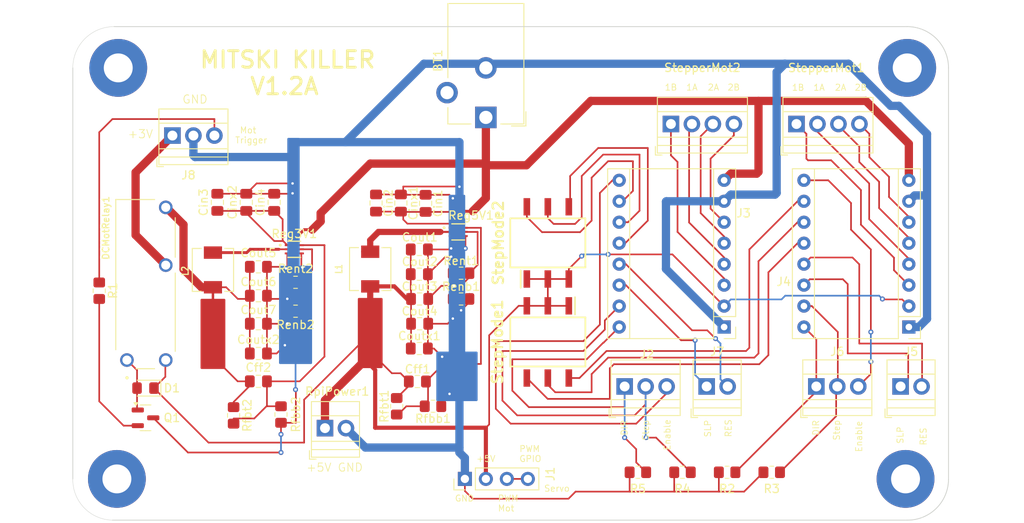
<source format=kicad_pcb>
(kicad_pcb (version 20240108) (generator "pcbnew") (generator_version "8.0")
  (layers (0 "F.Cu" signal) (31 "B.Cu" signal) (34 "B.Paste" user) (35 "F.Paste" user) (36 "B.SilkS" user "B.Silkscreen") (37 "F.SilkS" user "F.Silkscreen") (38 "B.Mask" user) (39 "F.Mask" user) (44 "Edge.Cuts" user))
  (net 0 "")
  (net 1 "GND")
  (net 2 "+12V")
  (net 3 "Net-(Reg5V1-FB)")
  (net 4 "Net-(Reg5V1-EN)")
  (net 5 "+5V")
  (net 6 "+3V")
  (net 7 "Net-(Reg3V1-FB)")
  (net 8 "Net-(Reg3V1-EN)")
  (net 9 "RPIO GPIO 17")
  (net 10 "RPIO GPIO 18")
  (net 11 "Net-(Reg5V1-SW)")
  (net 12 "Net-(Reg3V1-SW)")
  (net 13 "Net-(D1-A)")
  (net 14 "RPIO GPIO 24")
  (net 15 "RPIO GPIO 22")
  (net 16 "RPIO GPIO 23")
  (net 17 "RPIO GPIO 19")
  (net 18 "Net-(DCMotor1-+)")
  (net 19 "RPI GPIO 21")
  (net 20 "Net-(J3-MS3)")
  (net 21 "Net-(J3-1A)")
  (net 22 "Net-(J3-2A)")
  (net 23 "Net-(J3-~{SLEEP})")
  (net 24 "Net-(J3-MS1)")
  (net 25 "Net-(J3-~{RESET})")
  (net 26 "Net-(J3-2B)")
  (net 27 "Net-(J3-MS2)")
  (net 28 "Net-(J3-1B)")
  (net 29 "Net-(J4-MS3)")
  (net 30 "Net-(J4-2A)")
  (net 31 "Net-(J4-~{RESET})")
  (net 32 "Net-(J4-~{SLEEP})")
  (net 33 "Net-(J4-MS2)")
  (net 34 "Net-(J4-1A)")
  (net 35 "Net-(J4-MS1)")
  (net 36 "Net-(J4-1B)")
  (net 37 "Net-(J4-2B)")
  (net 38 "Net-(Q1-B)")
  (net 39 "Motor PWM")
  (footprint "Capacitor_SMD:C_0805_2012Metric_Pad1.18x1.45mm_HandSolder" (layer "F.Cu") (at 101.4625 76.98)
    (property "Reference" "Cff2")
    (property "Value" "56pF")
  )
  (footprint "Resistor_SMD:R_0805_2012Metric_Pad1.20x1.40mm_HandSolder" (layer "F.Cu") (at 158.2 88)
    (property "Reference" "R2")
    (property "Value" "R_US")
  )
  (footprint "Capacitor_SMD:C_0805_2012Metric_Pad1.18x1.45mm_HandSolder" (layer "F.Cu") (at 96.5 55.2875 90)
    (property "Reference" "Cin3")
    (property "Value" "10uF")
  )
  (footprint "TerminalBlock:TerminalBlock_Xinya_XY308-2.54-2P_1x02_P2.54mm_Horizontal" (layer "F.Cu") (at 109.525 82.65)
    (property "Reference" "RpiPower1")
    (property "Value" "Conn_01x02")
  )
  (footprint "Connector_BarrelJack:BarrelJack_CUI_PJ-102AH_Horizontal" (layer "F.Cu") (at 129 45 180)
    (property "Reference" "BT1")
    (property "Value" "Battery")
  )
  (footprint "Capacitor_SMD:C_0805_2012Metric_Pad1.18x1.45mm_HandSolder" (layer "F.Cu") (at 120.7075 77)
    (property "Reference" "Cff1")
    (property "Value" "33pF")
  )
  (footprint "Resistor_SMD:R_0805_2012Metric_Pad1.20x1.40mm_HandSolder" (layer "F.Cu") (at 105.9625 64.98)
    (property "Reference" "Rent2")
    (property "Value" "100kOhm")
  )
  (footprint "Capacitor_SMD:C_0805_2012Metric_Pad1.18x1.45mm_HandSolder" (layer "F.Cu") (at 120.94375 61)
    (property "Reference" "Cout1")
    (property "Value" "22uF")
  )
  (footprint "TerminalBlock:TerminalBlock_Xinya_XY308-2.54-4P_1x04_P2.54mm_Horizontal" (layer "F.Cu") (at 166.6 45.8)
    (property "Reference" "StepperMot1")
    (property "Value" "Conn_01x04")
  )
  (footprint "CustomLibrary:SOT5x3_DRL_TEX" (layer "F.Cu") (at 125.6491 58.874999)
    (property "Reference" "Reg5V1")
    (property "Value" "TPS566242DRLR")
  )
  (footprint "CustomLibrary:IND_SPM5030T-2R2M-HZ" (layer "F.Cu") (at 95.9625 63.48 -90)
    (property "Reference" "L2")
    (property "Value" "SPM5030T-2R2M-HZ")
  )
  (footprint "Resistor_SMD:R_0805_2012Metric_Pad1.20x1.40mm_HandSolder" (layer "F.Cu") (at 147.4 88)
    (property "Reference" "R5")
    (property "Value" "R_US")
  )
  (footprint "Resistor_SMD:R_0805_2012Metric_Pad1.20x1.40mm_HandSolder" (layer "F.Cu") (at 152.8 88)
    (property "Reference" "R4")
    (property "Value" "R_US")
  )
  (footprint "Capacitor_SMD:C_0805_2012Metric_Pad1.18x1.45mm_HandSolder" (layer "F.Cu") (at 118.7075 55.375 90)
    (property "Reference" "Cinx1")
    (property "Value" "100nF")
  )
  (footprint "TerminalBlock:TerminalBlock_Xinya_XY308-2.54-2P_1x02_P2.54mm_Horizontal" (layer "F.Cu") (at 179.2 77.6)
    (property "Reference" "J5")
    (property "Value" "Conn_01x02")
  )
  (footprint "Connector_PinHeader_2.54mm:PinHeader_1x04_P2.54mm_Vertical" (layer "F.Cu") (at 126.46 88.8 90)
    (property "Reference" "J1")
    (property "Value" "Conn_01x03")
  )
  (footprint "Resistor_SMD:R_0805_2012Metric_Pad1.20x1.40mm_HandSolder" (layer "F.Cu") (at 105.9625 68.48 180)
    (property "Reference" "Renb2")
    (property "Value" "15.8kOhm")
  )
  (footprint "DipSwitch-3Pin-219-3MST:SOP254P991X385-6N" (layer "F.Cu") (at 136.5 60.205 90)
    (property "Reference" "StepMode2")
    (property "Value" "219-3MST" (hide yes))
  )
  (footprint "Module:Pololu_Breakout-16_15.2x20.3mm" (layer "F.Cu") (at 180.2 70.4 180)
    (property "Reference" "J4")
    (property "Value" "Pololu_Breakout_A4988")
  )
  (footprint "TerminalBlock:TerminalBlock_Xinya_XY308-2.54-2P_1x02_P2.54mm_Horizontal" (layer "F.Cu") (at 155.725 77.6)
    (property "Reference" "J7")
    (property "Value" "Conn_01x02")
  )
  (footprint "Diode_SMD:D_0805_2012Metric_Pad1.15x1.40mm_HandSolder" (layer "F.Cu") (at 87.8 77.8 180)
    (property "Reference" "D1")
    (property "Value" "1N4001")
  )
  (footprint "Resistor_SMD:R_0805_2012Metric_Pad1.20x1.40mm_HandSolder" (layer "F.Cu") (at 126 63.875)
    (property "Reference" "Rent1")
    (property "Value" "100kOhm")
  )
  (footprint "Capacitor_SMD:C_0805_2012Metric_Pad1.18x1.45mm_HandSolder" (layer "F.Cu") (at 101.4625 70)
    (property "Reference" "Cout7")
    (property "Value" "22uF")
  )
  (footprint "Resistor_SMD:R_0805_2012Metric_Pad1.20x1.40mm_HandSolder" (layer "F.Cu") (at 82.2 66 -90)
    (property "Reference" "R1")
    (property "Value" "R_US")
  )
  (footprint "Resistor_SMD:R_0805_2012Metric_Pad1.20x1.40mm_HandSolder" (layer "F.Cu") (at 126 67)
    (property "Reference" "Renb1")
    (property "Value" "15.8kOhm")
  )
  (footprint "Resistor_SMD:R_0805_2012Metric_Pad1.20x1.40mm_HandSolder" (layer "F.Cu") (at 98.4625 81.105 -90)
    (property "Reference" "Rfbt2")
    (property "Value" "120kOhm")
  )
  (footprint "Capacitor_SMD:C_0805_2012Metric_Pad1.18x1.45mm_HandSolder" (layer "F.Cu") (at 100 55.2875 90)
    (property "Reference" "Cinx2")
    (property "Value" "100nF")
  )
  (footprint "Capacitor_SMD:C_0805_2012Metric_Pad1.18x1.45mm_HandSolder" (layer "F.Cu") (at 120.94375 64)
    (property "Reference" "Cout2")
    (property "Value" "22uF")
  )
  (footprint "Resistor_SMD:R_0805_2012Metric_Pad1.20x1.40mm_HandSolder" (layer "F.Cu") (at 104.2 81 -90)
    (property "Reference" "Rfbb2")
    (property "Value" "30kOhm")
  )
  (footprint "Module:Pololu_Breakout-16_15.2x20.3mm" (layer "F.Cu") (at 157.84 70.4 180)
    (property "Reference" "J3")
    (property "Value" "Pololu_Breakout_A4988")
  )
  (footprint "CustomLibrary:IND_SPM5030T-2R2M-HZ" (layer "F.Cu") (at 115 63.375 -90)
    (property "Reference" "L1")
    (property "Value" "SPM5030T-2R2M-HZ")
  )
  (footprint "Capacitor_SMD:C_0805_2012Metric_Pad1.18x1.45mm_HandSolder" (layer "F.Cu") (at 103.375 55.2875 90)
    (property "Reference" "Cin4")
    (property "Value" "10uF")
  )
  (footprint "DipSwitch-3Pin-219-3MST:SOP254P991X385-6N" (layer "F.Cu") (at 136.5 72.205 -90)
    (property "Reference" "StepMode1")
    (property "Value" "219-3MST" (hide yes))
  )
  (footprint "CustomLibrary:SOT5x3_DRL_TEX" (layer "F.Cu") (at 105.8134 60.98)
    (property "Reference" "Reg3V1")
    (property "Value" "TPS566242DRLR")
  )
  (footprint "Capacitor_SMD:C_0805_2012Metric_Pad1.18x1.45mm_HandSolder" (layer "F.Cu") (at 120.98125 70)
    (property "Reference" "Cout4")
    (property "Value" "22uF")
  )
  (footprint "TerminalBlock:TerminalBlock_Xinya_XY308-2.54-4P_1x04_P2.54mm_Horizontal" (layer "F.Cu") (at 151.4 45.8)
    (property "Reference" "StepperMot2")
    (property "Value" "Conn_01x04")
  )
  (footprint "Capacitor_SMD:C_0805_2012Metric_Pad1.18x1.45mm_HandSolder" (layer "F.Cu") (at 115.7075 55.375 90)
    (property "Reference" "Cin2")
    (property "Value" "10uF")
  )
  (footprint "Package_TO_SOT_SMD:SOT-23" (layer "F.Cu") (at 87.8 81.4)
    (property "Reference" "Q1")
    (property "Value" "MMBT2222A")
  )
  (footprint "Capacitor_SMD:C_0805_2012Metric_Pad1.18x1.45mm_HandSolder" (layer "F.Cu") (at 101.4625 73.605)
    (property "Reference" "Coutx2")
    (property "Value" "100nF")
  )
  (footprint "MountingHole:MountingHole_3.5mm_Pad_TopBottom" (layer "F.Cu") (at 84.335534 88.8)
    (property "Reference" "REF**" (hide yes))
    (property "Value" "MountingHole_3.5mm_Pad_TopBottom")
  )
  (footprint "MountingHole:MountingHole_3.5mm_Pad_TopBottom" (layer "F.Cu") (at 84.5 39)
    (property "Reference" "REF**" (hide yes))
    (property "Value" "MountingHole_3.5mm_Pad_TopBottom")
  )
  (footprint "Capacitor_SMD:C_0805_2012Metric_Pad1.18x1.45mm_HandSolder" (layer "F.Cu") (at 120.98125 67)
    (property "Reference" "Cout3")
    (property "Value" "22uF")
  )
  (footprint "Capacitor_SMD:C_0805_2012Metric_Pad1.18x1.45mm_HandSolder" (layer "F.Cu") (at 101.4625 63.105)
    (property "Reference" "Cout5")
    (property "Value" "22uF")
  )
  (footprint "Capacitor_SMD:C_0805_2012Metric_Pad1.18x1.45mm_HandSolder" (layer "F.Cu") (at 120.94375 73)
    (property "Reference" "Coutx1")
    (property "Value" "100nF")
  )
  (footprint "TerminalBlock:TerminalBlock_Xinya_XY308-2.54-3P_1x03_P2.54mm_Horizontal" (layer "F.Cu") (at 91.06 47.2)
    (property "Reference" "J8")
    (property "Value" "Conn_01x03")
  )
  (footprint "Resistor_SMD:R_0805_2012Metric_Pad1.20x1.40mm_HandSolder" (layer "F.Cu") (at 163.6 88)
    (property "Reference" "R3")
    (property "Value" "R_US")
  )
  (footprint "Capacitor_SMD:C_0805_2012Metric_Pad1.18x1.45mm_HandSolder" (layer "F.Cu") (at 121.7075 55.4125 90)
    (property "Reference" "Cin1")
    (property "Value" "10uF")
  )
  (footprint "TerminalBlock:TerminalBlock_Xinya_XY308-2.54-3P_1x03_P2.54mm_Horizontal" (layer "F.Cu") (at 169 77.6)
    (property "Reference" "J6")
    (property "Value" "Conn_01x03")
  )
  (footprint "MountingHole:MountingHole_3.5mm_Pad_TopBottom" (layer "F.Cu") (at 180 39)
    (property "Reference" "REF**" (hide yes))
    (property "Value" "MountingHole_3.5mm_Pad_TopBottom")
  )
  (footprint "Capacitor_SMD:C_0805_2012Metric_Pad1.18x1.45mm_HandSolder" (layer "F.Cu") (at 101.4625 66.605)
    (property "Reference" "Cout6")
    (property "Value" "22uF")
  )
  (footprint "TerminalBlock:TerminalBlock_Xinya_XY308-2.54-3P_1x03_P2.54mm_Horizontal" (layer "F.Cu") (at 145.8 77.6)
    (property "Reference" "J2")
    (property "Value" "Conn_01x03")
  )
  (footprint "ALDP105W:RELAY_ALDP105W" (layer "F.Cu") (at 87.8 65.2 90)
    (property "Reference" "DCMotRelay1")
    (property "Value" "ALDP105W")
  )
  (footprint "Resistor_SMD:R_0805_2012Metric_Pad1.20x1.40mm_HandSolder" (layer "F.Cu") (at 122.6 80)
    (property "Reference" "Rfbb1")
    (property "Value" "30kOhm")
  )
  (footprint "Resistor_SMD:R_0805_2012Metric_Pad1.20x1.40mm_HandSolder" (layer "F.Cu") (at 118.2075 80 -90)
    (property "Reference" "Rfbt1")
    (property "Value" "220kOhm")
  )
  (footprint "MountingHole:MountingHole_3.5mm_Pad_TopBottom" (layer "F.Cu") (at 179.8 88.8)
    (property "Reference" "REF**" (hide yes))
    (property "Value" "MountingHole_3.5mm_Pad_TopBottom")
  )
  (gr_arc (start 180 34) (mid 183.535534 35.464466) (end 185 39) (stroke (width 0.1)) (layer "Edge.Cuts"))
  (gr_line (start 185 39) (end 185 88.864466) (stroke (width 0.1)) (layer "Edge.Cuts"))
  (gr_arc (start 79 39) (mid 80.464466 35.464466) (end 84 34) (stroke (width 0.05)) (layer "Edge.Cuts"))
  (gr_line (start 84 34) (end 180 34) (stroke (width 0.1)) (layer "Edge.Cuts"))
  (gr_line (start 79 88.8) (end 79 39) (stroke (width 0.1)) (layer "Edge.Cuts"))
  (gr_arc (start 185 88.864466) (mid 183.522183 92.367767) (end 180 93.8) (stroke (width 0.1)) (layer "Edge.Cuts"))
  (gr_arc (start 83.8 93.8) (mid 80.364466 92.294113) (end 79 88.8) (stroke (width 0.05)) (layer "Edge.Cuts"))
  (gr_line (start 180 93.8) (end 83.8 93.8) (stroke (width 0.1)) (layer "Edge.Cuts"))
  (gr_text "2A" (at 171.19 41.82 0) (layer "F.SilkS") (effects (font (size 0.75 0.75) (thickness 0.1)) (justify left bottom)))
  (gr_text "GND" (at 125.2 91.6 0) (layer "F.SilkS") (effects (font (size 0.75 0.75) (thickness 0.1)) (justify left bottom)))
  (gr_text "SLP" (at 156.3 83.8 90) (layer "F.SilkS") (effects (font (size 0.75 0.75) (thickness 0.1)) (justify left bottom)))
  (gr_text "DIR" (at 146.2 83.6 90) (layer "F.SilkS") (effects (font (size 0.75 0.75) (thickness 0.1)) (justify left bottom)))
  (gr_text "PWM\nMot" (at 130.4 92.8 0) (layer "F.SilkS") (effects (font (size 0.75 0.75) (thickness 0.1)) (justify left bottom)))
  (gr_text "+5V" (at 107.2 88 0) (layer "F.SilkS") (effects (font (size 1 1) (thickness 0.1)) (justify left bottom)))
  (gr_text "Enable" (at 174.6 85.6 90) (layer "F.SilkS") (effects (font (size 0.75 0.75) (thickness 0.1)) (justify left bottom)))
  (gr_text "Step\n" (at 171.9 84.2 90) (layer "F.SilkS") (effects (font (size 0.75 0.75) (thickness 0.1)) (justify left bottom)))
  (gr_text "RES" (at 158.8 83.8 90) (layer "F.SilkS") (effects (font (size 0.75 0.75) (thickness 0.1)) (justify left bottom)))
  (gr_text "1A\n" (at 168.59 41.82 0) (layer "F.SilkS") (effects (font (size 0.75 0.75) (thickness 0.1)) (justify left bottom)))
  (gr_text "1B" (at 150.6 41.8 0) (layer "F.SilkS") (effects (font (size 0.75 0.75) (thickness 0.1)) (justify left bottom)))
  (gr_text "Step\n" (at 148.8 84.2 90) (layer "F.SilkS") (effects (font (size 0.75 0.75) (thickness 0.1)) (justify left bottom)))
  (gr_text "Servo" (at 136 90.4 0) (layer "F.SilkS") (effects (font (size 0.75 0.75) (thickness 0.1)) (justify left bottom)))
  (gr_text "1B" (at 165.99 41.82 0) (layer "F.SilkS") (effects (font (size 0.75 0.75) (thickness 0.1)) (justify left bottom)))
  (gr_text "RES" (at 182.4 84.8 90) (layer "F.SilkS") (effects (font (size 0.75 0.75) (thickness 0.1)) (justify left bottom)))
  (gr_text "GND" (at 92.2 43.4 0) (layer "F.SilkS") (effects (font (size 1 1) (thickness 0.1)) (justify left bottom)))
  (gr_text "DIR" (at 169.4 83.6 90) (layer "F.SilkS") (effects (font (size 0.75 0.75) (thickness 0.1)) (justify left bottom)))
  (gr_text "GND" (at 111 88 0) (layer "F.SilkS") (effects (font (size 1 1) (thickness 0.1)) (justify left bottom)))
  (gr_text "2B\n" (at 158.2 41.8 0) (layer "F.SilkS") (effects (font (size 0.75 0.75) (thickness 0.1)) (justify left bottom)))
  (gr_text "PWM\nGPIO" (at 133 86.8 0) (layer "F.SilkS") (effects (font (size 0.75 0.75) (thickness 0.1)) (justify left bottom)))
  (gr_text "1A\n" (at 153.2 41.8 0) (layer "F.SilkS") (effects (font (size 0.75 0.75) (thickness 0.1)) (justify left bottom)))
  (gr_text "+3V" (at 85.6 47.6 0) (layer "F.SilkS") (effects (font (size 1 1) (thickness 0.1)) (justify left bottom)))
  (gr_text "Enable" (at 151.4 85.4 90) (layer "F.SilkS") (effects (font (size 0.75 0.75) (thickness 0.1)) (justify left bottom)))
  (gr_text "2B\n" (at 173.59 41.82 0) (layer "F.SilkS") (effects (font (size 0.75 0.75) (thickness 0.1)) (justify left bottom)))
  (gr_text "+5V" (at 127.8 86.8 0) (layer "F.SilkS") (effects (font (size 0.75 0.75) (thickness 0.1)) (justify left bottom)))
  (gr_text " Mot \nTrigger" (at 98.6 48.2 0) (layer "F.SilkS") (effects (font (size 0.75 0.75) (thickness 0.1)) (justify left bottom)))
  (gr_text "MITSKI KILLER \n    V1.2A" (at 94.2 42.4 0) (layer "F.SilkS") (effects (font (size 2 2) (thickness 0.35) (bold yes)) (justify left bottom)))
  (gr_text "2A" (at 155.8 41.8 0) (layer "F.SilkS") (effects (font (size 0.75 0.75) (thickness 0.1)) (justify left bottom)))
  (gr_text "SLP" (at 179.6 84.6 90) (layer "F.SilkS") (effects (font (size 0.75 0.75) (thickness 0.1)) (justify left bottom)))
  (segment (start 123.7075 79.1675) (end 123.7075 80) (width 0.2) (layer "F.Cu") (net 1))
  (segment (start 121.98125 73) (end 122.7075 73) (width 0.2) (layer "F.Cu") (net 1))
  (segment (start 126.5 59.374998) (end 126.5 60.875) (width 0.25) (layer "F.Cu") (net 1))
  (segment (start 104.60511 63.105) (end 102.5 63.105) (width 0.2) (layer "F.Cu") (net 1))
  (segment (start 119 54.3375) (end 119.4625 54.3375) (width 0.2) (layer "F.Cu") (net 1))
  (segment (start 88.7375 81.4) (end 92.9375 85.6) (width 0.2) (layer "F.Cu") (net 1))
  (segment (start 103.67 73.605) (end 104.67 72.605) (width 0.2) (layer "F.Cu") (net 1))
  (segment (start 124.7982 60.875) (end 124.7982 59.374998) (width 0.25) (layer "F.Cu") (net 1))
  (segment (start 97 54.25) (end 100 54.25) (width 0.2) (layer "F.Cu") (net 1))
  (segment (start 92.9375 85.6) (end 104.2 85.6) (width 0.2) (layer "F.Cu") (net 1))
  (segment (start 104.9425 70) (end 104.9625 69.98) (width 0.2) (layer "F.Cu") (net 1))
  (segment (start 104.9525 66.99) (end 104.9625 66.98) (width 0.2) (layer "F.Cu") (net 1))
  (segment (start 102.5 63.105) (end 102.5 66.99) (width 0.2) (layer "F.Cu") (net 1))
  (segment (start 126.46 88.8) (end 126.46 90.26) (width 0.2) (layer "F.Cu") (net 1))
  (segment (start 102.5 66.99) (end 102.5 70) (width 0.2) (layer "F.Cu") (net 1))
  (segment (start 122.01875 67.5) (end 122.01875 70) (width 0.2) (layer "F.Cu") (net 1))
  (segment (start 157.2 90.34) (end 160.26 90.34) (width 0.2) (layer "F.Cu") (net 1))
  (segment (start 124.375 78.5) (end 123.7075 79.1675) (width 0.2) (layer "F.Cu") (net 1))
  (segment (start 124.375 70) (end 125 69.375) (width 0.2) (layer "F.Cu") (net 1))
  (segment (start 122.7075 73) (end 123.7075 74) (width 0.2) (layer "F.Cu") (net 1))
  (segment (start 121.98125 70.0375) (end 122.01875 70) (width 0.2) (layer "F.Cu") (net 1))
  (segment (start 139.86 90.34) (end 146.4 90.34) (width 0.2) (layer "F.Cu") (net 1))
  (segment (start 102.5 73.605) (end 103.67 73.605) (width 0.2) (layer "F.Cu") (net 1))
  (segment (start 105.9625 77.98) (end 106 78.0175) (width 0.2) (layer "F.Cu") (net 1))
  (segment (start 119.5 54.375) (end 121.5 54.375) (width 0.2) (layer "F.Cu") (net 1))
  (segment (start 151.8 90.34) (end 157.2 90.34) (width 0.2) (layer "F.Cu") (net 1))
  (segment (start 122.01875 70) (end 124.375 70) (width 0.2) (layer "F.Cu") (net 1))
  (segment (start 116.49 54.3375) (end 119 54.3375) (width 0.2) (layer "F.Cu") (net 1))
  (segment (start 103.375 54.25) (end 105.55 54.25) (width 0.2) (layer "F.Cu") (net 1))
  (segment (start 104.8 63.29989) (end 104.9625 63.13739) (width 0.2) (layer "F.Cu") (net 1))
  (segment (start 125 54.8) (end 124.575 54.375) (width 0.2) (layer "F.Cu") (net 1))
  (segment (start 127.4 91.2) (end 139 91.2) (width 0.2) (layer "F.Cu") (net 1))
  (segment (start 102.5 70) (end 104.9425 70) (width 0.2) (layer "F.Cu") (net 1))
  (segment (start 146.4 90.34) (end 151.8 90.34) (width 0.2) (layer "F.Cu") (net 1))
  (segment (start 160.26 90.34) (end 162.6 88) (width 0.2) (layer "F.Cu") (net 1))
  (segment (start 146.4 88) (end 146.4 90.34) (width 0.2) (layer "F.Cu") (net 1))
  (segment (start 121.98125 72.5) (end 121.98125 70.0375) (width 0.2) (layer "F.Cu") (net 1))
  (segment (start 162.85 88) (end 162.6 88) (width 0.2) (layer "F.Cu") (net 1))
  (segment (start 121.98125 61) (end 121.98125 64) (width 0.2) (layer "F.Cu") (net 1))
  (segment (start 119.4625 54.3375) (end 119.5 54.375) (width 0.2) (layer "F.Cu") (net 1))
  (segment (start 104.9625 63.13739) (end 104.9625 61.479999) (width 0.2) (layer "F.Cu") (net 1))
  (segment (start 121.98125 66.9625) (end 122.01875 67) (width 0.2) (layer "F.Cu") (net 1))
  (segment (start 121.98125 64) (end 121.98125 66.9625) (width 0.2) (layer "F.Cu") (net 1))
  (segment (start 106.6643 63.0643) (end 106.6643 61.479999) (width 0.2) (layer "F.Cu") (net 1))
  (segment (start 121.98125 64) (end 121.98125 67.4625) (width 0.2) (layer "F.Cu") (net 1))
  (segment (start 105.55 54.25) (end 105.6 54.2) (width 0.2) (layer "F.Cu") (net 1))
  (segment (start 151.8 88) (end 151.8 90.34) (width 0.2) (layer "F.Cu") (net 1))
  (segment (start 104.9625 67.98) (end 104.9625 66.98) (width 0.2) (layer "F.Cu") (net 1))
  (segment (start 104.2 83.4) (end 104.2 82) (width 0.2) (layer "F.Cu") (net 1))
  (segment (start 125.775 53.375) (end 119 53.375) (width 0.2) (layer "F.Cu") (net 1))
  (segment (start 119 53.375) (end 119 54.3375) (width 0.2) (layer "F.Cu") (net 1))
  (segment (start 106 78.0175) (end 106 82) (width 0.2) (layer "F.Cu") (net 1))
  (segment (start 124.10625 61.875) (end 121.98125 64) (width 0.2) (layer "F.Cu") (net 1))
  (segment (start 124.8 61.875) (end 124.10625 61.875) (width 0.2) (layer "F.Cu") (net 1))
  (segment (start 122.01875 67) (end 123.609265 65.409485) (width 0.2) (layer "F.Cu") (net 1))
  (segment (start 123.609265 65.409485) (end 125.116985 65.409485) (width 0.2) (layer "F.Cu") (net 1))
  (segment (start 102.5 73.01) (end 102.5 70) (width 0.2) (layer "F.Cu") (net 1))
  (segment (start 104.8 63.29989) (end 104.60511 63.105) (width 0.2) (layer "F.Cu") (net 1))
  (segment (start 102.5 66.99) (end 104.9525 66.99) (width 0.2) (layer "F.Cu") (net 1))
  (segment (start 121.98125 61) (end 124.6732 61) (width 0.2) (layer "F.Cu") (net 1))
  (segment (start 125.8 53.4) (end 125.775 53.375) (width 0.2) (layer "F.Cu") (net 1))
  (segment (start 127 67.375) (end 126 68.375) (width 0.2) (layer "F.Cu") (net 1))
  (segment (start 101.25 53) (end 101.6 53) (width 0.2) (layer "F.Cu") (net 1))
  (segment (start 103.375 54.25) (end 100 54.25) (width 0.2) (layer "F.Cu") (net 1))
  (segment (start 124.6732 61) (end 124.7982 60.875) (width 0.2) (layer "F.Cu") (net 1))
  (segment (start 126.46 88.8) (end 126.46 89.26) (width 0.2) (layer "F.Cu") (net 1))
  (segment (start 106.8 63.2) (end 106.6643 63.0643) (width 0.2) (layer "F.Cu") (net 1))
  (segment (start 121.98125 67.4625) (end 122.01875 67.5) (width 0.2) (layer "F.Cu") (net 1))
  (segment (start 127 66.375) (end 127 67.375) (width 0.2) (layer "F.Cu") (net 1))
  (segment (start 100 54.25) (end 101.25 53) (width 0.2) (layer "F.Cu") (net 1))
  (segment (start 157.2 88) (end 157.2 90.34) (width 0.2) (layer "F.Cu") (net 1))
  (segment (start 124.575 54.375) (end 121.7075 54.375) (width 0.2) (layer "F.Cu") (net 1))
  (segment (start 124.6 78.5) (end 124.375 78.5) (width 0.2) (layer "F.Cu") (net 1))
  (segment (start 126.46 90.26) (end 127.4 91.2) (width 0.2) (layer "F.Cu") (net 1))
  (segment (start 106 82) (end 104.2 82) (width 0.2) (layer "F.Cu") (net 1))
  (segment (start 101.6 53) (end 105.6 53) (width 0.2) (layer "F.Cu") (net 1))
  (segment (start 139 91.2) (end 139.86 90.34) (width 0.2) (layer "F.Cu") (net 1))
  (via (at 123.7075 74) (size 0.6) (drill 0.3) (layers "F.Cu" "B.Cu") (net 1))
  (via (at 124.7982 60.875) (size 0.6) (drill 0.3) (layers "F.Cu" "B.Cu") (net 1))
  (via (at 125.116985 65.409485) (size 0.6) (drill 0.3) (layers "F.Cu" "B.Cu") (net 1))
  (via (at 125 54.8) (size 0.6) (drill 0.3) (layers "F.Cu" "B.Cu") (net 1))
  (via (at 105.9625 77.98) (size 0.6) (drill 0.3) (layers "F.Cu" "B.Cu") (net 1))
  (via (at 104.67 72.605) (size 0.6) (drill 0.3) (layers "F.Cu" "B.Cu") (net 1))
  (via (at 104.2 85.6) (size 0.6) (drill 0.3) (layers "F.Cu" "B.Cu") (net 1))
  (via (at 126 68.375) (size 0.6) (drill 0.3) (layers "F.Cu" "B.Cu") (net 1))
  (via (at 126.5 60.875) (size 0.6) (drill 0.3) (layers "F.Cu" "B.Cu") (net 1))
  (via (at 105.6 53) (size 0.6) (drill 0.3) (layers "F.Cu" "B.Cu") (net 1))
  (via (at 104.9625 69.98) (size 0.6) (drill 0.3) (layers "F.Cu" "B.Cu") (net 1))
  (via (at 124.8 61.875) (size 0.6) (drill 0.3) (layers "F.Cu" "B.Cu") (net 1))
  (via (at 104.2 83.4) (size 0.6) (drill 0.3) (layers "F.Cu" "B.Cu") (net 1))
  (via (at 106.8 63.2) (size 0.6) (drill 0.3) (layers "F.Cu" "B.Cu") (net 1))
  (via (at 125.8 53.4) (size 0.6) (drill 0.3) (layers "F.Cu" "B.Cu") (net 1))
  (via (at 104.8 63.29989) (size 0.6) (drill 0.3) (layers "F.Cu" "B.Cu") (net 1))
  (via (at 124.6 78.5) (size 0.6) (drill 0.3) (layers "F.Cu" "B.Cu") (net 1))
  (via (at 104.9625 66.98) (size 0.6) (drill 0.3) (layers "F.Cu" "B.Cu") (net 1))
  (via (at 105.6 54.2) (size 0.6) (drill 0.3) (layers "F.Cu" "B.Cu") (net 1))
  (via (at 125 69.375) (size 0.6) (drill 0.3) (layers "F.Cu" "B.Cu") (net 1))
  (segment (start 112 48) (end 121.5 38.5) (width 1) (layer "B.Cu") (net 1))
  (segment (start 182.4 47) (end 182.4 69.4) (width 1) (layer "B.Cu") (net 1))
  (segment (start 164.2 39.5) (end 164.2 54.155) (width 1) (layer "B.Cu") (net 1))
  (segment (start 164.2 54.155) (end 164 54.355) (width 1) (layer "B.Cu") (net 1))
  (segment (start 104.2 85.6) (end 104.2 83.4) (width 0.2) (layer "B.Cu") (net 1))
  (segment (start 157.84 55.16) (end 150.845 55.16) (width 1) (layer "B.Cu") (net 1))
  (segment (start 180.91 54.45) (end 180.2 55.16) (width 1) (layer "B.Cu") (net 1))
  (segment (start 158.645 54.355) (end 157.84 55.16) (width 1) (layer "B.Cu") (net 1))
  (segment (start 114.415 85) (end 125.8 85) (width 1) (layer "B.Cu") (net 1))
  (segment (start 105.9625 74.2) (end 105.9625 77.98) (width 0.2) (layer "B.Cu") (net 1))
  (segment (start 93.6 47.2) (end 93.6 49.6) (width 1) (layer "B.Cu") (net 1))
  (segment (start 179 43.6) (end 182.4 47) (width 1) (layer "B.Cu") (net 1))
  (segment (start 93.6 49.6) (end 93.8 49.8) (width 1) (layer "B.Cu") (net 1))
  (segment (start 182.4 69.4) (end 181.4 70.4) (width 1) (layer "B.Cu") (net 1))
  (segment (start 165.2 38.5) (end 172.9 38.5) (width 1) (layer "B.Cu") (net 1))
  (segment (start 121.5 38.5) (end 165.2 38.5) (width 1) (layer "B.Cu") (net 1))
  (segment (start 112.065 82.65) (end 114.415 85) (width 1) (layer "B.Cu") (net 1))
  (segment (start 165.2 38.5) (end 164.2 39.5) (width 1) (layer "B.Cu") (net 1))
  (segment (start 172.9 38.5) (end 178 43.6) (width 1) (layer "B.Cu") (net 1))
  (segment (start 164 54.355) (end 158.645 54.355) (width 1) (layer "B.Cu") (net 1))
  (segment (start 112 48) (end 125.8 48) (width 1) (layer "B.Cu") (net 1))
  (segment (start 125.8 48) (end 125.8 55.8) (width 1) (layer "B.Cu") (net 1))
  (segment (start 150.8 63.36) (end 157.84 70.4) (width 1) (layer "B.Cu") (net 1))
  (segment (start 126.46 86.26) (end 126.46 88.8) (width 1) (layer "B.Cu") (net 1))
  (segment (start 150.8 55.205) (end 150.8 63.36) (width 1) (layer "B.Cu") (net 1))
  (segment (start 125.8 85.6) (end 126.46 86.26) (width 1) (layer "B.Cu") (net 1))
  (segment (start 178 43.6) (end 179 43.6) (width 1) (layer "B.Cu") (net 1))
  (segment (start 112 48) (end 105.5 48) (width 1) (layer "B.Cu") (net 1))
  (segment (start 93.8 49.8) (end 105.6 49.8) (width 1) (layer "B.Cu") (net 1))
  (segment (start 125.8 85) (end 125.8 85.6) (width 1) (layer "B.Cu") (net 1))
  (segment (start 182.35 54.45) (end 180.91 54.45) (width 1) (layer "B.Cu") (net 1))
  (segment (start 181.4 70.4) (end 180.2 70.4) (width 1) (layer "B.Cu") (net 1))
  (segment (start 150.845 55.16) (end 150.8 55.205) (width 1) (layer "B.Cu") (net 1))
  (segment (start 125.8 85) (end 125.8 78.4) (width 1) (layer "B.Cu") (net 1))
  (segment (start 109 56.6) (end 109 57.6) (width 1) (layer "F.Cu") (net 2))
  (segment (start 121.5 56.45) (end 119.0375 56.45) (width 0.2) (layer "F.Cu") (net 2))
  (segment (start 119.5 57.875) (end 119 57.375) (width 0.2) (layer "F.Cu") (net 2))
  (segment (start 125.3357 57.1357) (end 124.7982 57.6732) (width 0.35) (layer "F.Cu") (net 2))
  (segment (start 107 58.6) (end 108 58.6) (width 0.35) (layer "F.Cu") (net 2))
  (segment (start 161.785 51.815) (end 158.645 51.815) (width 1) (layer "F.Cu") (net 2))
  (segment (start 180.2 52.62) (end 180.2 48.2) (width 1) (layer "F.Cu") (net 2))
  (segment (start 125 63.875) (end 125.6 63.275) (width 0.2) (layer "F.Cu") (net 2))
  (segment (start 103.3875 59.98) (end 104.4625 59.98) (width 0.2) (layer "F.Cu") (net 2))
  (segment (start 125.6 63.275) (end 125.6 58.657699) (width 0.2) (layer "F.Cu") (net 2))
  (segment (start 125.317301 58.375) (end 124.7982 58.375) (width 0.2) (layer "F.Cu") (net 2))
  (segment (start 103.375 56.325) (end 100 56.325) (width 0.2) (layer "F.Cu") (net 2))
  (segment (start 105.119999 60.480001) (end 105.4 60.2) (width 0.25) (layer "F.Cu") (net 2))
  (segment (start 105.447301 60.480001) (end 105.119999 60.480001) (width 0.2) (layer "F.Cu") (net 2))
  (segment (start 100 56.5925) (end 103.3875 59.98) (width 0.2) (layer "F.Cu") (net 2))
  (segment (start 104.9625 60.480001) (end 105.119999 60.480001) (width 0.2) (layer "F.Cu") (net 2))
  (segment (start 105.8 64.1425) (end 105.8 60.8327) (width 0.2) (layer "F.Cu") (net 2))
  (segment (start 104.9625 64.98) (end 105.8 64.1425) (width 0.2) (layer "F.Cu") (net 2))
  (segment (start 119 57.375) (end 119 56.4125) (width 0.2) (layer "F.Cu") (net 2))
  (segment (start 119.0375 56.45) (end 119 56.4125) (width 0.2) (layer "F.Cu") (net 2))
  (segment (start 141.705 43) (end 133.905 50.8) (width 1) (layer "F.Cu") (net 2))
  (segment (start 129 54.775) (end 129 45) (width 1) (layer "F.Cu") (net 2))
  (segment (start 103.375 56.325) (end 104.4 57.35) (width 0.2) (layer "F.Cu") (net 2))
  (segment (start 124.7982 58.375) (end 124.7982 57.6732) (width 0.25) (layer "F.Cu") (net 2))
  (segment (start 124.65 56.45) (end 125.3357 57.1357) (width 0.2) (layer "F.Cu") (net 2))
  (segment (start 100 56.325) (end 100 56.5925) (width 0.2) (layer "F.Cu") (net 2))
  (segment (start 121.7075 56.45) (end 124.65 56.45) (width 0.2) (layer "F.Cu") (net 2))
  (segment (start 180.2 48.2) (end 175 43) (width 1) (layer "F.Cu") (net 2))
  (segment (start 124.5964 57.875) (end 124.7982 57.6732) (width 0.2) (layer "F.Cu") (net 2))
  (segment (start 125.6 58.657699) (end 125.317301 58.375) (width 0.2) (layer "F.Cu") (net 2))
  (segment (start 104.4625 59.98) (end 104.4625 59.980001) (width 0.2) (layer "F.Cu") (net 2))
  (segment (start 109 57.6) (end 108 58.6) (width 1) (layer "F.Cu") (net 2))
  (segment (start 162 51.6) (end 161.785 51.815) (width 1) (layer "F.Cu") (net 2))
  (segment (start 133.905 50.8) (end 129.2 50.8) (width 1) (layer "F.Cu") (net 2))
  (segment (start 127.4 56.375) (end 129 54.775) (width 1) (layer "F.Cu") (net 2))
  (segment (start 104.4 57.35) (end 104.4 59.9175) (width 0.2) (layer "F.Cu") (net 2))
  (segment (start 97 56.325) (end 100 56.325) (width 0.2) (layer "F.Cu") (net 2))
  (segment (start 119.5 57.875) (end 124.5964 57.875) (width 0.2) (layer "F.Cu") (net 2))
  (segment (start 115 50.6) (end 109 56.6) (width 1) (layer "F.Cu") (net 2))
  (segment (start 129 50.6) (end 115 50.6) (width 1) (layer "F.Cu") (net 2))
  (segment (start 104.4 59.9175) (end 104.4625 59.98) (width 0.2) (layer "F.Cu") (net 2))
  (segment (start 126.0964 56.375) (end 125.3357 57.1357) (width 0.35) (layer "F.Cu") (net 2))
  (segment (start 105.4 60.2) (end 107 58.6) (width 0.35) (layer "F.Cu") (net 2))
  (segment (start 175 43) (end 141.705 43) (width 1) (layer "F.Cu") (net 2))
  (segment (start 158.645 51.815) (end 157.84 52.62) (width 1) (layer "F.Cu") (net 2))
  (segment (start 105.8 60.8327) (end 105.447301 60.480001) (width 0.2) (layer "F.Cu") (net 2))
  (segment (start 116.49 56.4125) (end 119 56.4125) (width 0.2) (layer "F.Cu") (net 2))
  (segment (start 104.4625 59.980001) (end 104.9625 60.480001) (width 0.2) (layer "F.Cu") (net 2))
  (segment (start 127.4 56.375) (end 126.0964 56.375) (width 0.35) (layer "F.Cu") (net 2))
  (segment (start 162 43) (end 162 51.6) (width 1) (layer "F.Cu") (net 2))
  (segment (start 129.2 50.8) (end 129 50.6) (width 1) (layer "F.Cu") (net 2))
  (segment (start 121.7075 80) (end 122 79.7075) (width 0.2) (layer "F.Cu") (net 3))
  (segment (start 119.375 80) (end 121.7075 80) (width 0.2) (layer "F.Cu") (net 3))
  (segment (start 122 79.7075) (end 122 77.255) (width 0.2) (layer "F.Cu") (net 3))
  (segment (start 118.2075 81) (end 118.375 81) (width 0.2) (layer "F.Cu") (net 3))
  (segment (start 128.4 58.375) (end 128.4 74.875) (width 0.2) (layer "F.Cu") (net 3))
  (segment (start 122 77.255) (end 121.745 77) (width 0.2) (layer "F.Cu") (net 3))
  (segment (start 118.375 81) (end 119.375 80) (width 0.2) (layer "F.Cu") (net 3))
  (segment (start 126.5 58.375) (end 128.4 58.375) (width 0.2) (layer "F.Cu") (net 3))
  (segment (start 128.4 74.875) (end 123.87 74.875) (width 0.2) (layer "F.Cu") (net 3))
  (segment (start 123.87 74.875) (end 121.745 77) (width 0.2) (layer "F.Cu") (net 3))
  (segment (start 128 58.875) (end 127.999999 58.874999) (width 0.2) (layer "F.Cu") (net 4))
  (segment (start 125 66.375) (end 127 64.375) (width 0.2) (layer "F.Cu") (net 4))
  (segment (start 128 62.875) (end 128 58.875) (width 0.2) (layer "F.Cu") (net 4))
  (segment (start 127 63.875) (end 128 62.875) (width 0.2) (layer "F.Cu") (net 4))
  (segment (start 127.999999 58.874999) (end 126.5 58.874999) (width 0.2) (layer "F.Cu") (net 4))
  (segment (start 127 64.375) (end 127 63.875) (width 0.2) (layer "F.Cu") (net 4))
  (segment (start 119.90625 61.35375) (end 119.90625 65) (width 0.2) (layer "F.Cu") (net 5))
  (segment (start 133.96 64.58) (end 136.5 64.58) (width 0.2) (layer "F.Cu") (net 5))
  (segment (start 118.67 76) (end 117.625 76) (width 0.2) (layer "F.Cu") (net 5))
  (segment (start 119.90625 65) (end 119.90625 65.925) (width 0.2) (layer "F.Cu") (net 5))
  (segment (start 119.67 77) (end 118.67 76) (width 0.2) (layer "F.Cu") (net 5))
  (segment (start 129 82.6) (end 129 88.8) (width 0.5) (layer "F.Cu") (net 5))
  (segment (start 107 84.4) (end 107 79.2) (width 0.2) (layer "F.Cu") (net 5))
  (segment (start 117.91875 65.475) (end 115 65.475) (width 0.5) (layer "F.Cu") (net 5))
  (segment (start 136.5 64.58) (end 136.5 67.83) (width 0.2) (layer "F.Cu") (net 5))
  (segment (start 109.525 82.65) (end 109.525 79.275) (width 1) (layer "F.Cu") (net 5))
  (segment (start 129 82.6) (end 115.6 82.6) (width 0.5) (layer "F.Cu") (net 5))
  (segment (start 107 79.2) (end 114 72.2) (width 0.2) (layer "F.Cu") (net 5))
  (segment (start 119.94375 67.5) (end 117.91875 65.475) (width 0.5) (layer "F.Cu") (net 5))
  (segment (start 179.395 67.055) (end 180.2 67.86) (width 0.2) (layer "F.Cu") (net 5))
  (segment (start 129 82.6) (end 129.4 82.2) (width 0.2) (layer "F.Cu") (net 5))
  (segment (start 115.6 82.6) (end 115.6 75.6) (width 0.5) (layer "F.Cu") (net 5))
  (segment (start 119.94375 72.4625) (end 119.90625 72.5) (width 0.2) (layer "F.Cu") (net 5))
  (segment (start 119.94375 65.9625) (end 119.94375 67.5) (width 0.2) (layer "F.Cu") (net 5))
  (segment (start 119.94375 67.5) (end 119.48125 67.0375) (width 0.2) (layer "F.Cu") (net 5))
  (segment (start 119.67 77.5375) (end 119.67 77) (width 0.2) (layer "F.Cu") (net 5))
  (segment (start 119.90625 65.925) (end 119.94375 65.9625) (width 0.2) (layer "F.Cu") (net 5))
  (segment (start 119.48125 67.0375) (end 119.48125 66.39375) (width 0.2) (layer "F.Cu") (net 5))
  (segment (start 139.04 63.36) (end 139.04 64.58) (width 0.2) (layer "F.Cu") (net 5))
  (segment (start 177.055 67.055) (end 179.395 67.055) (width 0.2) (layer "F.Cu") (net 5))
  (segment (start 143.8 61.6) (end 151.58 61.6) (width 0.2) (layer "F.Cu") (net 5))
  (segment (start 95.425 84.4) (end 107 84.4) (width 0.2) (layer "F.Cu") (net 5))
  (segment (start 117.625 76) (end 115.5 73.875) (width 0.2) (layer "F.Cu") (net 5))
  (segment (start 129.4 82.2) (end 129.4 71.4) (width 0.2) (layer "F.Cu") (net 5))
  (segment (start 129.4 71.4) (end 132.97 67.83) (width 0.2) (layer "F.Cu") (net 5))
  (segment (start 139.04 67.83) (end 136.5 67.83) (width 0.2) (layer "F.Cu") (net 5))
  (segment (start 115.6 75.6) (end 115 75) (width 0.5) (layer "F.Cu") (net 5))
  (segment (start 151.58 61.6) (end 157.84 67.86) (width 0.2) (layer "F.Cu") (net 5))
  (segment (start 177 67) (end 177.055 67.055) (width 0.2) (layer "F.Cu") (net 5))
  (segment (start 115 65.475) (end 115 67.375) (width 0.75) (layer "F.Cu") (net 5))
  (segment (start 119.94375 67.5) (end 119.94375 70) (width 0.2) (layer "F.Cu") (net 5))
  (segment (start 139.04 64.58) (end 136.5 64.58) (width 0.2) (layer "F.Cu") (net 5))
  (segment (start 90.2 76.425) (end 90.2 74.45) (width 0.2) (layer "F.Cu") (net 5))
  (segment (start 132.97 67.83) (end 133.96 67.83) (width 0.2) (layer "F.Cu") (net 5))
  (segment (start 109.525 79.275) (end 113.1 75.7) (width 1) (layer "F.Cu") (net 5))
  (segment (start 90.2 74.45) (end 90.25 74.4) (width 0.2) (layer "F.Cu") (net 5))
  (segment (start 88.825 77.8) (end 95.425 84.4) (width 0.2) (layer "F.Cu") (net 5))
  (segment (start 140.6 61.8) (end 139.04 63.36) (width 0.2) (layer "F.Cu") (net 5))
  (segment (start 118.2075 79) (end 119.67 77.5375) (width 0.2) (layer "F.Cu") (net 5))
  (segment (start 88.825 77.8) (end 90.2 76.425) (width 0.2) (layer "F.Cu") (net 5))
  (segment (start 133.96 67.83) (end 136.5 67.83) (width 0.2) (layer "F.Cu") (net 5))
  (segment (start 119.94375 70) (end 119.94375 72.4625) (width 0.2) (layer "F.Cu") (net 5))
  (segment (start 113.1 75.7) (end 114.4 74.4) (width 1) (layer "F.Cu") (net 5))
  (via (at 177 67) (size 0.6) (drill 0.3) (layers "F.Cu" "B.Cu") (net 5))
  (via (at 143.8 61.6) (size 0.6) (drill 0.3) (layers "F.Cu" "B.Cu") (net 5))
  (via (at 140.6 61.8) (size 0.6) (drill 0.3) (layers "F.Cu" "B.Cu") (net 5))
  (segment (start 177 67) (end 176.6 66.6) (width 0.2) (layer "B.Cu") (net 5))
  (segment (start 176.6 66.6) (end 165.24 66.6) (width 0.2) (layer "B.Cu") (net 5))
  (segment (start 164.785 67.055) (end 158.645 67.055) (width 0.2) (layer "B.Cu") (net 5))
  (segment (start 140.8 61.6) (end 143.8 61.6) (width 0.2) (layer "B.Cu") (net 5))
  (segment (start 158.645 67.055) (end 157.84 67.86) (width 0.2) (layer "B.Cu") (net 5))
  (segment (start 165.24 66.6) (end 164.785 67.055) (width 0.2) (layer "B.Cu") (net 5))
  (segment (start 140.6 61.8) (end 140.8 61.6) (width 0.2) (layer "B.Cu") (net 5))
  (segment (start 90.41625 56.01625) (end 90.25 56.01625) (width 1) (layer "F.Cu") (net 6))
  (segment (start 98.4625 79.48) (end 100.425 77.5175) (width 0.2) (layer "F.Cu") (net 6))
  (segment (start 100.425 66.99) (end 98.9725 66.99) (width 0.2) (layer "F.Cu") (net 6))
  (segment (start 92.4 63.4) (end 92.4 58) (width 1) (layer "F.Cu") (net 6))
  (segment (start 92.4 58) (end 90.41625 56.01625) (width 1) (layer "F.Cu") (net 6))
  (segment (start 95.9625 65.58) (end 94.58 65.58) (width 1) (layer "F.Cu") (net 6))
  (segment (start 95.9625 65.69625) (end 95.9625 65.58) (width 1) (layer "F.Cu") (net 6))
  (segment (start 100.425 70) (end 100.425 66.99) (width 0.2) (layer "F.Cu") (net 6))
  (segment (start 94.58 65.58) (end 92.4 63.4) (width 1) (layer "F.Cu") (net 6))
  (segment (start 95.9625 65.58) (end 95.9625 67.48) (width 0.3) (layer "F.Cu") (net 6))
  (segment (start 98.9725 66.99) (end 97.5625 65.58) (width 0.2) (layer "F.Cu") (net 6))
  (segment (start 100.425 73.01) (end 100.425 70) (width 0.2) (layer "F.Cu") (net 6))
  (segment (start 100.425 76.98) (end 98.9625 76.98) (width 0.2) (layer "F.Cu") (net 6))
  (segment (start 100.425 63.105) (end 100.425 66.99) (width 0.2) (layer "F.Cu") (net 6))
  (segment (start 98.9625 76.98) (end 96.9625 74.98) (width 0.2) (layer "F.Cu") (net 6))
  (segment (start 100.425 77.5175) (end 100.425 76.98) (width 0.2) (layer "F.Cu") (net 6))
  (segment (start 97.5625 65.58) (end 95.9625 65.58) (width 0.2) (layer "F.Cu") (net 6))
  (segment (start 106.6643 60.480001) (end 109.462499 60.480001) (width 0.2) (layer "F.Cu") (net 7))
  (segment (start 100.9625 81.48) (end 98.4625 81.48) (width 0.2) (layer "F.Cu") (net 7))
  (segment (start 101.9625 80.48) (end 100.9625 81.48) (width 0.2) (layer "F.Cu") (net 7))
  (segment (start 102.5575 80) (end 102.5 79.9425) (width 0.2) (layer "F.Cu") (net 7))
  (segment (start 109.462499 60.480001) (end 109.4625 60.48) (width 0.2) (layer "F.Cu") (net 7))
  (segment (start 104.2 80) (end 102.5575 80) (width 0.2) (layer "F.Cu") (net 7))
  (segment (start 109.4625 73.98) (end 106.4625 76.98) (width 0.2) (layer "F.Cu") (net 7))
  (segment (start 102.5 79.9425) (end 102.5 76.98) (width 0.2) (layer "F.Cu") (net 7))
  (segment (start 106.4625 76.98) (end 102.5 76.98) (width 0.2) (layer "F.Cu") (net 7))
  (segment (start 101.9625 80.48) (end 102.5 79.9425) (width 0.2) (layer "F.Cu") (net 7))
  (segment (start 109.4625 60.48) (end 109.4625 73.98) (width 0.2) (layer "F.Cu") (net 7))
  (segment (start 106.9625 64.48) (end 107.9625 63.48) (width 0.2) (layer "F.Cu") (net 8))
  (segment (start 106.9625 64.98) (end 106.9625 64.48) (width 0.2) (layer "F.Cu") (net 8))
  (segment (start 107.9625 60.98) (end 106.6643 60.98) (width 0.2) (layer "F.Cu") (net 8))
  (segment (start 106.9625 68.48) (end 106.9625 64.98) (width 0.2) (layer "F.Cu") (net 8))
  (segment (start 107.9625 63.48) (end 107.9625 60.98) (width 0.2) (layer "F.Cu") (net 8))
  (segment (start 159.2 88) (end 169 78.2) (width 0.2) (layer "F.Cu") (net 9))
  (segment (start 169 77.6) (end 169 71.9) (width 0.2) (layer "F.Cu") (net 9))
  (segment (start 169 78.2) (end 169 77.6) (width 0.2) (layer "F.Cu") (net 9))
  (segment (start 169 71.9) (end 167.5 70.4) (width 0.2) (layer "F.Cu") (net 9))
  (segment (start 168.46 67.86) (end 167.5 67.86) (width 0.2) (layer "F.Cu") (net 10))
  (segment (start 164.6 88) (end 171.4 81.2) (width 0.2) (layer "F.Cu") (net 10))
  (segment (start 171.6 71) (end 168.46 67.86) (width 0.2) (layer "F.Cu") (net 10))
  (segment (start 171.6 77.54) (end 171.6 71) (width 0.2) (layer "F.Cu") (net 10))
  (segment (start 171.54 77.6) (end 171.6 77.54) (width 0.2) (layer "F.Cu") (net 10))
  (segment (start 171.4 81.2) (end 171.4 77.74) (width 0.2) (layer "F.Cu") (net 10))
  (segment (start 171.4 77.74) (end 171.54 77.6) (width 0.2) (layer "F.Cu") (net 10))
  (segment (start 124.7982 58.874999) (end 123.500001 58.874999) (width 0.25) (layer "F.Cu") (net 11))
  (segment (start 116 58.875) (end 123.5 58.875) (width 0.75) (layer "F.Cu") (net 11))
  (segment (start 123.500001 58.874999) (end 123.5 58.875) (width 0.2) (layer "F.Cu") (net 11))
  (segment (start 115 59.875) (end 116 58.875) (width 0.75) (layer "F.Cu") (net 11))
  (segment (start 115 61.275) (end 115 59.875) (width 0.75) (layer "F.Cu") (net 11))
  (segment (start 115 61.275) (end 114 61.275) (width 0.2) (layer "F.Cu") (net 11))
  (segment (start 95.9625 61.38) (end 100.0625 61.38) (width 0.35) (layer "F.Cu") (net 12))
  (segment (start 100.0625 61.38) (end 100.4625 60.98) (width 0.35) (layer "F.Cu") (net 12))
  (segment (start 100.4625 60.98) (end 103.9625 60.98) (width 0.35) (layer "F.Cu") (net 12))
  (segment (start 103.9625 60.98) (end 104.9625 60.98) (width 0.2) (layer "F.Cu") (net 12))
  (segment (start 86.775 77.8) (end 86.775 80.3625) (width 0.2) (layer "F.Cu") (net 13))
  (segment (start 86.775 80.3625) (end 86.8625 80.45) (width 0.2) (layer "F.Cu") (net 13))
  (segment (start 86.775 75.625) (end 85.55 74.4) (width 0.2) (layer "F.Cu") (net 13))
  (segment (start 86.775 77.8) (end 86.775 75.625) (width 0.2) (layer "F.Cu") (net 13))
  (segment (start 145.14 52.62) (end 144.335 52.62) (width 0.2) (layer "F.Cu") (net 14))
  (segment (start 150.88 78.425) (end 150.88 77.6) (width 0.2) (layer "F.Cu") (net 14))
  (segment (start 142.8 54.155) (end 142.8 70.105) (width 0.2) (layer "F.Cu") (net 14))
  (segment (start 130.295 72.105) (end 130.2 72.2) (width 0.2) (layer "F.Cu") (net 14))
  (segment (start 130.2 72.2) (end 130.2 80.305) (width 0.2) (layer "F.Cu") (net 14))
  (segment (start 142.8 70.105) (end 140.8 72.105) (width 0.2) (layer "F.Cu") (net 14))
  (segment (start 132 82.105) (end 147.2 82.105) (width 0.2) (layer "F.Cu") (net 14))
  (segment (start 140.8 72.105) (end 130.295 72.105) (width 0.2) (layer "F.Cu") (net 14))
  (segment (start 144.335 52.62) (end 142.8 54.155) (width 0.2) (layer "F.Cu") (net 14))
  (segment (start 147.2 82.105) (end 150.88 78.425) (width 0.2) (layer "F.Cu") (net 14))
  (segment (start 130.2 80.305) (end 132 82.105) (width 0.2) (layer "F.Cu") (net 14))
  (segment (start 145.8 80.105) (end 134.2 80.105) (width 0.2) (layer "F.Cu") (net 15))
  (segment (start 132.2 78.105) (end 132.2 74.305) (width 0.2) (layer "F.Cu") (net 15))
  (segment (start 147.2 86.8) (end 147.2 85.2) (width 0.2) (layer "F.Cu") (net 15))
  (segment (start 134.2 80.105) (end 132.2 78.105) (width 0.2) (layer "F.Cu") (net 15))
  (segment (start 141.2 74.305) (end 143.2 72.305) (width 0.2) (layer "F.Cu") (net 15))
  (segment (start 132.2 74.305) (end 141.2 74.305) (width 0.2) (layer "F.Cu") (net 15))
  (segment (start 143.2 72.305) (end 143.235 72.305) (width 0.2) (layer "F.Cu") (net 15))
  (segment (start 147.2 85.2) (end 145.8 83.8) (width 0.2) (layer "F.Cu") (net 15))
  (segment (start 145.8 77.6) (end 145.8 80.105) (width 0.2) (layer "F.Cu") (net 15))
  (segment (start 148.4 88) (end 147.2 86.8) (width 0.2) (layer "F.Cu") (net 15))
  (segment (start 143.235 72.305) (end 145.14 70.4) (width 0.2) (layer "F.Cu") (net 15))
  (via (at 145.8 83.8) (size 0.6) (drill 0.3) (layers "F.Cu" "B.Cu") (net 15))
  (segment (start 145.8 83.8) (end 145.8 77.6) (width 0.2) (layer "B.Cu") (net 15))
  (segment (start 143.4 70.705) (end 143.4 69.6) (width 0.2) (layer "F.Cu") (net 16))
  (segment (start 148.34 77.6) (end 148.34 79.765) (width 0.2) (layer "F.Cu") (net 16))
  (segment (start 131 79.305) (end 131 73.305) (width 0.2) (layer "F.Cu") (net 16))
  (segment (start 148.34 79.765) (end 147 81.105) (width 0.2) (layer "F.Cu") (net 16))
  (segment (start 147 81.105) (end 132.8 81.105) (width 0.2) (layer "F.Cu") (net 16))
  (segment (start 149.6 83.8) (end 153.8 88) (width 0.2) (layer "F.Cu") (net 16))
  (segment (start 143.4 69.6) (end 145.14 67.86) (width 0.2) (layer "F.Cu") (net 16))
  (segment (start 132.8 81.105) (end 131 79.305) (width 0.2) (layer "F.Cu") (net 16))
  (segment (start 140.8 73.305) (end 143.4 70.705) (width 0.2) (layer "F.Cu") (net 16))
  (segment (start 131 73.305) (end 140.8 73.305) (width 0.2) (layer "F.Cu") (net 16))
  (segment (start 148.4 83.8) (end 149.6 83.8) (width 0.2) (layer "F.Cu") (net 16))
  (via (at 148.4 83.8) (size 0.6) (drill 0.3) (layers "F.Cu" "B.Cu") (net 16))
  (segment (start 148.34 83.74) (end 148.34 77.6) (width 0.2) (layer "B.Cu") (net 16))
  (segment (start 148.4 83.8) (end 148.34 83.74) (width 0.2) (layer "B.Cu") (net 16))
  (segment (start 173.2 58.6) (end 173.2 55.375) (width 0.2) (layer "F.Cu") (net 17))
  (segment (start 173.2 55.375) (end 170.445 52.62) (width 0.2) (layer "F.Cu") (net 17))
  (segment (start 175.6 61) (end 173.2 58.6) (width 0.2) (layer "F.Cu") (net 17))
  (segment (start 175.6 71) (end 175.6 61) (width 0.2) (layer "F.Cu") (net 17))
  (segment (start 174.08 77.6) (end 175.6 76.08) (width 0.2) (layer "F.Cu") (net 17))
  (segment (start 175.6 76.08) (end 175.6 74.6) (width 0.2) (layer "F.Cu") (net 17))
  (segment (start 170.445 52.62) (end 167.5 52.62) (width 0.2) (layer "F.Cu") (net 17))
  (via (at 175.6 74.6) (size 0.6) (drill 0.3) (layers "F.Cu" "B.Cu") (net 17))
  (via (at 175.6 71) (size 0.6) (drill 0.3) (layers "F.Cu" "B.Cu") (net 17))
  (segment (start 175.6 74.6) (end 175.6 71) (width 0.2) (layer "B.Cu") (net 17))
  (segment (start 86.6 59.25) (end 90.25 62.9) (width 1) (layer "F.Cu") (net 18))
  (segment (start 91.06 47.2) (end 86.6 51.66) (width 1) (layer "F.Cu") (net 18))
  (segment (start 91.6 47.34) (end 91.68 47.26) (width 0.2) (layer "F.Cu") (net 18))
  (segment (start 86.6 51.66) (end 86.6 59.25) (width 1) (layer "F.Cu") (net 18))
  (segment (start 90.25 62.8) (end 90.25 62.75) (width 0.2) (layer "F.Cu") (net 18))
  (segment (start 82.2 46.8) (end 82.2 65) (width 0.2) (layer "F.Cu") (net 19))
  (segment (start 96.14 47.2) (end 96.14 45.2) (width 0.2) (layer "F.Cu") (net 19))
  (segment (start 83.8 45.2) (end 82.2 46.8) (width 0.2) (layer "F.Cu") (net 19))
  (segment (start 96.14 45.2) (end 83.8 45.2) (width 0.2) (layer "F.Cu") (net 19))
  (segment (start 145.865 60.24) (end 145.14 60.24) (width 0.2) (layer "F.Cu") (net 20))
  (segment (start 139.2 55.67) (end 139.2 52.105) (width 0.2) (layer "F.Cu") (net 20))
  (segment (start 139.2 52.105) (end 142.6 48.705) (width 0.2) (layer "F.Cu") (net 20))
  (segment (start 148.6 48.705) (end 148.6 57.505) (width 0.2) (layer "F.Cu") (net 20))
  (segment (start 148.6 57.505) (end 145.865 60.24) (width 0.2) (layer "F.Cu") (net 20))
  (segment (start 142.6 48.705) (end 148.6 48.705) (width 0.2) (layer "F.Cu") (net 20))
  (segment (start 139.04 55.83) (end 139.2 55.67) (width 0.2) (layer "F.Cu") (net 20))
  (segment (start 153.6 46.14) (end 153.6 57.735) (width 0.2) (layer "F.Cu") (net 21))
  (segment (start 153.6 57.735) (end 157.84 61.975) (width 0.2) (layer "F.Cu") (net 21))
  (segment (start 153.94 45.8) (end 153.6 46.14) (width 0.2) (layer "F.Cu") (net 21))
  (segment (start 157.84 61.975) (end 157.84 62.78) (width 0.2) (layer "F.Cu") (net 21))
  (segment (start 155 47.28) (end 155 56.595) (width 0.2) (layer "F.Cu") (net 22))
  (segment (start 155 56.595) (end 157.84 59.435) (width 0.2) (layer "F.Cu") (net 22))
  (segment (start 156.48 45.8) (end 155 47.28) (width 0.2) (layer "F.Cu") (net 22))
  (segment (start 157.84 59.435) (end 157.84 60.24) (width 0.2) (layer "F.Cu") (net 22))
  (segment (start 152.625 72) (end 145.945 65.32) (width 0.2) (layer "F.Cu") (net 23))
  (segment (start 145.945 65.32) (end 145.14 65.32) (width 0.2) (layer "F.Cu") (net 23))
  (segment (start 154.325 72) (end 152.625 72) (width 0.2) (layer "F.Cu") (net 23))
  (via (at 154.325 72) (size 0.6) (drill 0.3) (layers "F.Cu" "B.Cu") (net 23))
  (segment (start 154.325 76.2) (end 155.725 77.6) (width 0.2) (layer "B.Cu") (net 23))
  (segment (start 154.325 72) (end 154.325 76.2) (width 0.2) (layer "B.Cu") (net 23))
  (segment (start 135.8 58.905) (end 140.4 58.905) (width 0.2) (layer "F.Cu") (net 24))
  (segment (start 141.8 52.305) (end 143.8 50.305) (width 0.2) (layer "F.Cu") (net 24))
  (segment (start 145.545 55.16) (end 145.14 55.16) (width 0.2) (layer "F.Cu") (net 24))
  (segment (start 141.8 57.505) (end 141.8 52.305) (width 0.2) (layer "F.Cu") (net 24))
  (segment (start 143.8 50.305) (end 146.8 50.305) (width 0.2) (layer "F.Cu") (net 24))
  (segment (start 133.96 57.065) (end 135.8 58.905) (width 0.2) (layer "F.Cu") (net 24))
  (segment (start 146.8 50.305) (end 146.8 53.905) (width 0.2) (layer "F.Cu") (net 24))
  (segment (start 146.8 53.905) (end 145.545 55.16) (width 0.2) (layer "F.Cu") (net 24))
  (segment (start 133.96 55.83) (end 133.96 57.065) (width 0.2) (layer "F.Cu") (net 24))
  (segment (start 140.4 58.905) (end 141.8 57.505) (width 0.2) (layer "F.Cu") (net 24))
  (segment (start 145.945 62.78) (end 145.14 62.78) (width 0.2) (layer "F.Cu") (net 25))
  (segment (start 153.965 70.8) (end 145.945 62.78) (width 0.2) (layer "F.Cu") (net 25))
  (segment (start 156.8 71.8) (end 155.8 70.8) (width 0.2) (layer "F.Cu") (net 25))
  (segment (start 155.8 70.8) (end 153.965 70.8) (width 0.2) (layer "F.Cu") (net 25))
  (via (at 156.8 71.8) (size 0.6) (drill 0.3) (layers "F.Cu" "B.Cu") (net 25))
  (segment (start 157.4 72.4) (end 157.4 76.735) (width 0.2) (layer "B.Cu") (net 25))
  (segment (start 156.8 71.8) (end 157.4 72.4) (width 0.2) (layer "B.Cu") (net 25))
  (segment (start 157.4 76.735) (end 158.265 77.6) (width 0.2) (layer "B.Cu") (net 25))
  (segment (start 156.2 56.06) (end 157.84 57.7) (width 0.2) (layer "F.Cu") (net 26))
  (segment (start 159.02 45.8) (end 159.02 47.18) (width 0.2) (layer "F.Cu") (net 26))
  (segment (start 156.2 50) (end 156.2 56.06) (width 0.2) (layer "F.Cu") (net 26))
  (segment (start 159.02 47.18) (end 156.2 50) (width 0.2) (layer "F.Cu") (net 26))
  (segment (start 137.2 57.905) (end 139.8 57.905) (width 0.2) (layer "F.Cu") (net 27))
  (segment (start 143.2 49.505) (end 147.6 49.505) (width 0.2) (layer "F.Cu") (net 27))
  (segment (start 136.5 55.83) (end 136.5 57.205) (width 0.2) (layer "F.Cu") (net 27))
  (segment (start 140.6 57.105) (end 140.6 52.105) (width 0.2) (layer "F.Cu") (net 27))
  (segment (start 139.8 57.905) (end 140.6 57.105) (width 0.2) (layer "F.Cu") (net 27))
  (segment (start 140.6 52.105) (end 143.2 49.505) (width 0.2) (layer "F.Cu") (net 27))
  (segment (start 146.205 57.7) (end 145.14 57.7) (width 0.2) (layer "F.Cu") (net 27))
  (segment (start 147.6 56.305) (end 146.205 57.7) (width 0.2) (layer "F.Cu") (net 27))
  (segment (start 136.5 57.205) (end 137.2 57.905) (width 0.2) (layer "F.Cu") (net 27))
  (segment (start 147.6 49.505) (end 147.6 56.305) (width 0.2) (layer "F.Cu") (net 27))
  (segment (start 157.84 64.515) (end 157.84 65.32) (width 0.2) (layer "F.Cu") (net 28))
  (segment (start 151.4 49.6) (end 152.2 50.4) (width 0.2) (layer "F.Cu") (net 28))
  (segment (start 151.4 45.8) (end 151.4 49.6) (width 0.2) (layer "F.Cu") (net 28))
  (segment (start 152.2 50.4) (end 152.2 58.875) (width 0.2) (layer "F.Cu") (net 28))
  (segment (start 152.2 58.875) (end 157.84 64.515) (width 0.2) (layer "F.Cu") (net 28))
  (segment (start 162.095 74.905) (end 144.495 74.905) (width 0.2) (layer "F.Cu") (net 29))
  (segment (start 167.5 60.24) (end 166.73 60.24) (width 0.2) (layer "F.Cu") (net 29))
  (segment (start 144.495 74.905) (end 144 75.4) (width 0.2) (layer "F.Cu") (net 29))
  (segment (start 166.73 60.24) (end 163.2 63.77) (width 0.2) (layer "F.Cu") (net 29))
  (segment (start 163.2 73.8) (end 162.095 74.905) (width 0.2) (layer "F.Cu") (net 29))
  (segment (start 144 75.4) (end 144 79.105) (width 0.2) (layer "F.Cu") (net 29))
  (segment (start 163.2 63.77) (end 163.2 73.8) (width 0.2) (layer "F.Cu") (net 29))
  (segment (start 136.485 79.105) (end 133.96 76.58) (width 0.2) (layer "F.Cu") (net 29))
  (segment (start 144 79.105) (end 136.485 79.105) (width 0.2) (layer "F.Cu") (net 29))
  (segment (start 171.68 46) (end 174.2 48.52) (width 0.2) (layer "F.Cu") (net 30))
  (segment (start 176.6 52.8) (end 176.6 55.99) (width 0.2) (layer "F.Cu") (net 30))
  (segment (start 174.2 48.52) (end 174.2 50.4) (width 0.2) (layer "F.Cu") (net 30))
  (segment (start 174.2 50.4) (end 176.6 52.8) (width 0.2) (layer "F.Cu") (net 30))
  (segment (start 180.2 59.59) (end 180.2 60.24) (width 0.2) (layer "F.Cu") (net 30))
  (segment (start 171.68 45.8) (end 171.68 46) (width 0.2) (layer "F.Cu") (net 30))
  (segment (start 176.6 55.99) (end 180.2 59.59) (width 0.2) (layer "F.Cu") (net 30))
  (segment (start 181.8 77.54) (end 181.8 72.4) (width 0.2) (layer "F.Cu") (net 31))
  (segment (start 174.2 72.4) (end 174.2 62.8) (width 0.2) (layer "F.Cu") (net 31))
  (segment (start 181.74 77.6) (end 181.8 77.54) (width 0.2) (layer "F.Cu") (net 31))
  (segment (start 174.2 62.8) (end 173.375 61.975) (width 0.2) (layer "F.Cu") (net 31))
  (segment (start 181.8 72.4) (end 174.2 72.4) (width 0.2) (layer "F.Cu") (net 31))
  (segment (start 168.305 61.975) (end 167.5 62.78) (width 0.2) (layer "F.Cu") (net 31))
  (segment (start 173.375 61.975) (end 168.305 61.975) (width 0.2) (layer "F.Cu") (net 31))
  (segment (start 180.125 73.725) (end 180 73.6) (width 0.2) (layer "F.Cu") (net 32))
  (segment (start 180 73.6) (end 172.8 73.6) (width 0.2) (layer "F.Cu") (net 32))
  (segment (start 179.2 77.6) (end 180.125 76.675) (width 0.2) (layer "F.Cu") (net 32))
  (segment (start 172.8 65.2) (end 172.21 64.61) (width 0.2) (layer "F.Cu") (net 32))
  (segment (start 172.21 64.61) (end 168.21 64.61) (width 0.2) (layer "F.Cu") (net 32))
  (segment (start 172.8 73.6) (end 172.8 65.2) (width 0.2) (layer "F.Cu") (net 32))
  (segment (start 168.21 64.61) (end 167.5 65.32) (width 0.2) (layer "F.Cu") (net 32))
  (segment (start 180.125 76.675) (end 180.125 73.725) (width 0.2) (layer "F.Cu") (net 32))
  (segment (start 161.495 74.105) (end 143.8 74.105) (width 0.2) (layer "F.Cu") (net 33))
  (segment (start 162 62.43) (end 162 73.6) (width 0.2) (layer "F.Cu") (net 33))
  (segment (start 137.4 78.305) (end 136.5 77.405) (width 0.2) (layer "F.Cu") (net 33))
  (segment (start 141.8 78.305) (end 137.4 78.305) (width 0.2) (layer "F.Cu") (net 33))
  (segment (start 143.8 74.105) (end 141.8 76.105) (width 0.2) (layer "F.Cu") (net 33))
  (segment (start 141.8 76.105) (end 141.8 78.305) (width 0.2) (layer "F.Cu") (net 33))
  (segment (start 162 73.6) (end 161.495 74.105) (width 0.2) (layer "F.Cu") (net 33))
  (segment (start 167.5 57.7) (end 166.73 57.7) (width 0.2) (layer "F.Cu") (net 33))
  (segment (start 136.5 77.405) (end 136.5 76.58) (width 0.2) (layer "F.Cu") (net 33))
  (segment (start 166.73 57.7) (end 162 62.43) (width 0.2) (layer "F.Cu") (net 33))
  (segment (start 169.14 45.8) (end 169.14 46.74) (width 0.2) (layer "F.Cu") (net 34))
  (segment (start 169.14 46.74) (end 175.4 53) (width 0.2) (layer "F.Cu") (net 34))
  (segment (start 175.4 57.33) (end 180.2 62.13) (width 0.2) (layer "F.Cu") (net 34))
  (segment (start 175.4 53) (end 175.4 57.33) (width 0.2) (layer "F.Cu") (net 34))
  (segment (start 180.2 62.13) (end 180.2 62.78) (width 0.2) (layer "F.Cu") (net 34))
  (segment (start 160.895 72.905) (end 160.495 73.305) (width 0.2) (layer "F.Cu") (net 35))
  (segment (start 160.495 73.305) (end 143.6 73.305) (width 0.2) (layer "F.Cu") (net 35))
  (segment (start 166.73 55.16) (end 160.895 60.995) (width 0.2) (layer "F.Cu") (net 35))
  (segment (start 140.325 76.58) (end 139.04 76.58) (width 0.2) (layer "F.Cu") (net 35))
  (segment (start 160.895 60.995) (end 160.895 72.905) (width 0.2) (layer "F.Cu") (net 35))
  (segment (start 143.6 73.305) (end 140.325 76.58) (width 0.2) (layer "F.Cu") (net 35))
  (segment (start 167.5 55.16) (end 166.73 55.16) (width 0.2) (layer "F.Cu") (net 35))
  (segment (start 174.4 53.8) (end 174.4 58) (width 0.2) (layer "F.Cu") (net 36))
  (segment (start 166.6 45.8) (end 167.8 47) (width 0.2) (layer "F.Cu") (net 36))
  (segment (start 170.8 50.2) (end 174.4 53.8) (width 0.2) (layer "F.Cu") (net 36))
  (segment (start 168 50.2) (end 170.8 50.2) (width 0.2) (layer "F.Cu") (net 36))
  (segment (start 178.4 62) (end 178.4 63.52) (width 0.2) (layer "F.Cu") (net 36))
  (segment (start 178.4 63.52) (end 180.2 65.32) (width 0.2) (layer "F.Cu") (net 36))
  (segment (start 174.4 58) (end 178.4 62) (width 0.2) (layer "F.Cu") (net 36))
  (segment (start 167.8 47) (end 167.8 50) (width 0.2) (layer "F.Cu") (net 36))
  (segment (start 167.8 50) (end 168 50.2) (width 0.2) (layer "F.Cu") (net 36))
  (segment (start 177.8 54.65) (end 180.2 57.05) (width 0.2) (layer "F.Cu") (net 37))
  (segment (start 174.22 45.8) (end 175.42 47) (width 0.2) (layer "F.Cu") (net 37))
  (segment (start 175.42 47) (end 175.42 49.82) (width 0.2) (layer "F.Cu") (net 37))
  (segment (start 180.2 57.05) (end 180.2 57.7) (width 0.2) (layer "F.Cu") (net 37))
  (segment (start 177.8 52.2) (end 177.8 54.65) (width 0.2) (layer "F.Cu") (net 37))
  (segment (start 175.42 49.82) (end 177.8 52.2) (width 0.2) (layer "F.Cu") (net 37))
  (segment (start 85.15 82.35) (end 86.8625 82.35) (width 0.2) (layer "F.Cu") (net 38))
  (segment (start 82.2 67) (end 82.2 79.4) (width 0.2) (layer "F.Cu") (net 38))
  (segment (start 82.2 79.4) (end 85.15 82.35) (width 0.2) (layer "F.Cu") (net 38))
  (segment (start 131.54 88.8) (end 134.08 88.8) (width 0.2) (layer "F.Cu") (net 39))
  (zone (net 5) (net_name "+5V") (layer "F.Cu") (priority 2) (connect_pads (clearance 0.5)) (min_thickness 0.25) (fill yes (thermal_gap 0.5) (thermal_bridge_width 0.5))
    (polygon (pts (xy 113.5 66.875) (xy 113.5 75.375) (xy 116.5 75.375) (xy 116.5 66.875)))
  )
  (zone (net 6) (net_name "+3V") (layer "F.Cu") (priority 7) (connect_pads (clearance 0.5)) (min_thickness 0.25) (fill yes (thermal_gap 0.5) (thermal_bridge_width 0.5))
    (polygon (pts (xy 94.4625 66.98) (xy 97.4625 66.98) (xy 97.4625 75.48) (xy 94.4625 75.48)))
  )
  (zone (net 1) (net_name "GND") (layer "B.Cu") (priority 6) (connect_pads (clearance 0.5)) (min_thickness 0.25) (fill yes (thermal_gap 0.5) (thermal_bridge_width 0.5))
    (polygon (pts (xy 103.9625 74.88) (xy 103.9625 62.98) (xy 104.9625 62.98) (xy 104.9625 47.48) (xy 106.4625 47.48) (xy 106.4625 62.98) (xy 107.9625 62.98) (xy 107.9625 74.88)))
  )
  (zone (net 1) (net_name "GND") (layer "B.Cu") (priority 1) (connect_pads (clearance 0.5)) (min_thickness 0.25) (fill yes (thermal_gap 0.5) (thermal_bridge_width 0.5))
    (polygon (pts (xy 124.5 54.375) (xy 124.5 73.375) (xy 123 73.375) (xy 123 79.375) (xy 128 79.375) (xy 128 73.375) (xy 126.5 73.375) (xy 126.5 54.375)))
  )
)
</source>
